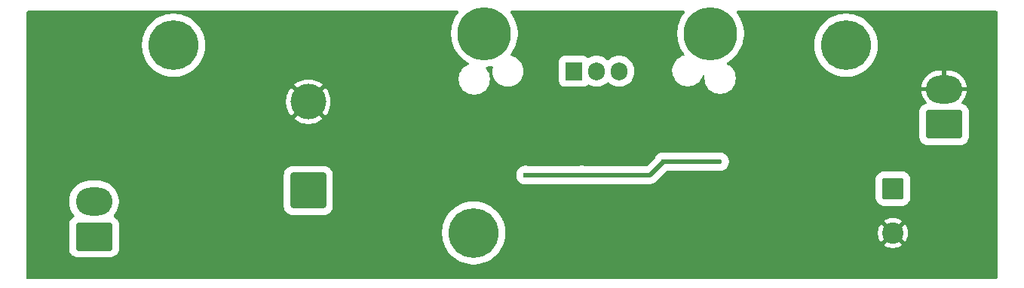
<source format=gbr>
%TF.GenerationSoftware,KiCad,Pcbnew,9.0.5*%
%TF.CreationDate,2025-11-27T11:00:23+01:00*%
%TF.ProjectId,Powersupply,506f7765-7273-4757-9070-6c792e6b6963,rev?*%
%TF.SameCoordinates,Original*%
%TF.FileFunction,Copper,L2,Bot*%
%TF.FilePolarity,Positive*%
%FSLAX46Y46*%
G04 Gerber Fmt 4.6, Leading zero omitted, Abs format (unit mm)*
G04 Created by KiCad (PCBNEW 9.0.5) date 2025-11-27 11:00:23*
%MOMM*%
%LPD*%
G01*
G04 APERTURE LIST*
G04 Aperture macros list*
%AMRoundRect*
0 Rectangle with rounded corners*
0 $1 Rounding radius*
0 $2 $3 $4 $5 $6 $7 $8 $9 X,Y pos of 4 corners*
0 Add a 4 corners polygon primitive as box body*
4,1,4,$2,$3,$4,$5,$6,$7,$8,$9,$2,$3,0*
0 Add four circle primitives for the rounded corners*
1,1,$1+$1,$2,$3*
1,1,$1+$1,$4,$5*
1,1,$1+$1,$6,$7*
1,1,$1+$1,$8,$9*
0 Add four rect primitives between the rounded corners*
20,1,$1+$1,$2,$3,$4,$5,0*
20,1,$1+$1,$4,$5,$6,$7,0*
20,1,$1+$1,$6,$7,$8,$9,0*
20,1,$1+$1,$8,$9,$2,$3,0*%
G04 Aperture macros list end*
%TA.AperFunction,ComponentPad*%
%ADD10C,5.600000*%
%TD*%
%TA.AperFunction,ComponentPad*%
%ADD11RoundRect,0.250000X1.750000X-1.750000X1.750000X1.750000X-1.750000X1.750000X-1.750000X-1.750000X0*%
%TD*%
%TA.AperFunction,ComponentPad*%
%ADD12C,4.000000*%
%TD*%
%TA.AperFunction,ComponentPad*%
%ADD13RoundRect,0.250000X1.800000X-1.330000X1.800000X1.330000X-1.800000X1.330000X-1.800000X-1.330000X0*%
%TD*%
%TA.AperFunction,ComponentPad*%
%ADD14O,4.100000X3.160000*%
%TD*%
%TA.AperFunction,ComponentPad*%
%ADD15R,1.905000X2.000000*%
%TD*%
%TA.AperFunction,ComponentPad*%
%ADD16O,1.905000X2.000000*%
%TD*%
%TA.AperFunction,ComponentPad*%
%ADD17RoundRect,0.250001X-0.949999X0.949999X-0.949999X-0.949999X0.949999X-0.949999X0.949999X0.949999X0*%
%TD*%
%TA.AperFunction,ComponentPad*%
%ADD18C,2.400000*%
%TD*%
%TA.AperFunction,ComponentPad*%
%ADD19C,6.000000*%
%TD*%
%TA.AperFunction,ViaPad*%
%ADD20C,0.600000*%
%TD*%
%TA.AperFunction,Conductor*%
%ADD21C,0.500000*%
%TD*%
G04 APERTURE END LIST*
D10*
%TO.P,H3,1,1*%
%TO.N,unconnected-(H3-Pad1)*%
X174540000Y-85870000D03*
%TD*%
D11*
%TO.P,C2,1*%
%TO.N,Net-(D2-A)*%
X114160000Y-102227935D03*
D12*
%TO.P,C2,2*%
%TO.N,GND*%
X114160000Y-92227935D03*
%TD*%
D13*
%TO.P,J2,1,Pin_1*%
%TO.N,Net-(D4-A)*%
X185535000Y-94770000D03*
D14*
%TO.P,J2,2,Pin_2*%
%TO.N,GND*%
X185535000Y-90810000D03*
%TD*%
D10*
%TO.P,H1,1,1*%
%TO.N,unconnected-(H1-Pad1)*%
X132730000Y-106990000D03*
%TD*%
D15*
%TO.P,U1,1,G*%
%TO.N,Net-(D4-K)*%
X143990000Y-88800000D03*
D16*
%TO.P,U1,2,D*%
%TO.N,Net-(D2-A)*%
X146530000Y-88800000D03*
%TO.P,U1,3,S*%
%TO.N,Net-(U1-S)*%
X149070000Y-88800000D03*
%TD*%
D17*
%TO.P,C1,1*%
%TO.N,Net-(D4-A)*%
X179810000Y-102000000D03*
D18*
%TO.P,C1,2*%
%TO.N,GND*%
X179810000Y-107000000D03*
%TD*%
D19*
%TO.P,HS1,1*%
%TO.N,N/C*%
X133930000Y-84550000D03*
X159330000Y-84550000D03*
%TD*%
D13*
%TO.P,J1,1,Pin_1*%
%TO.N,Net-(J1-Pin_1)*%
X90100000Y-107420000D03*
D14*
%TO.P,J1,2,Pin_2*%
%TO.N,Net-(J1-Pin_2)*%
X90100000Y-103460000D03*
%TD*%
D10*
%TO.P,H2,1,1*%
%TO.N,unconnected-(H2-Pad1)*%
X99020000Y-85870000D03*
%TD*%
D20*
%TO.N,GND*%
X158480000Y-103962500D03*
X157410000Y-110287500D03*
X161100000Y-110307500D03*
X153312500Y-94180000D03*
%TO.N,Net-(D4-K)*%
X138557500Y-100482500D03*
X154040000Y-98977500D03*
X160340000Y-98977500D03*
X144867500Y-100492500D03*
%TD*%
D21*
%TO.N,Net-(D4-K)*%
X144867500Y-100492500D02*
X152525000Y-100492500D01*
X138567500Y-100492500D02*
X144867500Y-100492500D01*
X154040000Y-98977500D02*
X160340000Y-98977500D01*
X138557500Y-100482500D02*
X138567500Y-100492500D01*
X152525000Y-100492500D02*
X154040000Y-98977500D01*
%TD*%
%TA.AperFunction,Conductor*%
%TO.N,GND*%
G36*
X130975373Y-82020185D02*
G01*
X131021128Y-82072989D01*
X131031072Y-82142147D01*
X131004187Y-82203165D01*
X130913941Y-82313129D01*
X130913931Y-82313143D01*
X130709213Y-82619525D01*
X130709202Y-82619543D01*
X130535502Y-82944513D01*
X130535500Y-82944518D01*
X130394480Y-83284969D01*
X130287507Y-83637613D01*
X130287504Y-83637624D01*
X130215618Y-83999024D01*
X130179500Y-84365753D01*
X130179500Y-84734246D01*
X130215618Y-85100975D01*
X130287504Y-85462375D01*
X130287507Y-85462386D01*
X130394480Y-85815030D01*
X130535500Y-86155481D01*
X130535502Y-86155486D01*
X130709202Y-86480456D01*
X130709213Y-86480474D01*
X130913931Y-86786856D01*
X130913941Y-86786870D01*
X131147715Y-87071724D01*
X131408275Y-87332284D01*
X131408280Y-87332288D01*
X131408281Y-87332289D01*
X131693135Y-87566063D01*
X131999532Y-87770791D01*
X131999541Y-87770796D01*
X131999543Y-87770797D01*
X132122521Y-87836530D01*
X132172365Y-87885492D01*
X132187826Y-87953630D01*
X132163994Y-88019309D01*
X132111522Y-88060449D01*
X132024113Y-88096655D01*
X132024109Y-88096657D01*
X131825382Y-88211392D01*
X131643338Y-88351081D01*
X131481081Y-88513338D01*
X131341392Y-88695382D01*
X131226657Y-88894109D01*
X131226650Y-88894123D01*
X131138842Y-89106112D01*
X131138842Y-89106113D01*
X131082000Y-89318255D01*
X131079453Y-89327759D01*
X131079451Y-89327770D01*
X131049500Y-89555258D01*
X131049500Y-89784741D01*
X131074257Y-89972780D01*
X131079452Y-90012238D01*
X131111175Y-90130630D01*
X131138842Y-90233887D01*
X131226650Y-90445876D01*
X131226657Y-90445890D01*
X131341392Y-90644617D01*
X131481081Y-90826661D01*
X131481089Y-90826670D01*
X131643330Y-90988911D01*
X131643338Y-90988918D01*
X131825382Y-91128607D01*
X131825385Y-91128608D01*
X131825388Y-91128611D01*
X132024112Y-91243344D01*
X132024117Y-91243346D01*
X132024123Y-91243349D01*
X132079687Y-91266364D01*
X132236113Y-91331158D01*
X132457762Y-91390548D01*
X132685266Y-91420500D01*
X132685273Y-91420500D01*
X132914727Y-91420500D01*
X132914734Y-91420500D01*
X133142238Y-91390548D01*
X133363887Y-91331158D01*
X133575888Y-91243344D01*
X133774612Y-91128611D01*
X133956661Y-90988919D01*
X133956665Y-90988914D01*
X133956670Y-90988911D01*
X134118911Y-90826670D01*
X134118914Y-90826665D01*
X134118919Y-90826661D01*
X134258611Y-90644612D01*
X134373344Y-90445888D01*
X134461158Y-90233887D01*
X134520548Y-90012238D01*
X134550500Y-89784734D01*
X134550500Y-89555266D01*
X134520548Y-89327762D01*
X134461158Y-89106113D01*
X134392558Y-88940499D01*
X134373349Y-88894123D01*
X134373346Y-88894117D01*
X134373344Y-88894112D01*
X134258611Y-88695388D01*
X134258608Y-88695385D01*
X134258607Y-88695382D01*
X134118918Y-88513338D01*
X134118911Y-88513330D01*
X134110131Y-88504550D01*
X134076646Y-88443227D01*
X134081630Y-88373535D01*
X134123502Y-88317602D01*
X134185655Y-88293467D01*
X134480976Y-88264381D01*
X134544916Y-88251662D01*
X134734256Y-88214001D01*
X134803848Y-88220228D01*
X134859025Y-88263091D01*
X134882269Y-88328981D01*
X134878222Y-88367710D01*
X134859452Y-88437762D01*
X134859451Y-88437770D01*
X134829500Y-88665258D01*
X134829500Y-88894741D01*
X134845480Y-89016112D01*
X134859452Y-89122238D01*
X134891761Y-89242818D01*
X134918842Y-89343887D01*
X135006650Y-89555876D01*
X135006657Y-89555890D01*
X135033473Y-89602337D01*
X135086814Y-89694727D01*
X135121392Y-89754617D01*
X135261081Y-89936661D01*
X135261089Y-89936670D01*
X135423330Y-90098911D01*
X135423338Y-90098918D01*
X135605382Y-90238607D01*
X135605385Y-90238608D01*
X135605388Y-90238611D01*
X135804112Y-90353344D01*
X135804117Y-90353346D01*
X135804123Y-90353349D01*
X135863996Y-90378149D01*
X136016113Y-90441158D01*
X136237762Y-90500548D01*
X136465266Y-90530500D01*
X136465273Y-90530500D01*
X136694727Y-90530500D01*
X136694734Y-90530500D01*
X136922238Y-90500548D01*
X137143887Y-90441158D01*
X137355888Y-90353344D01*
X137554612Y-90238611D01*
X137736661Y-90098919D01*
X137736665Y-90098914D01*
X137736670Y-90098911D01*
X137898911Y-89936670D01*
X137898914Y-89936665D01*
X137898919Y-89936661D01*
X138038611Y-89754612D01*
X138153344Y-89555888D01*
X138241158Y-89343887D01*
X138300548Y-89122238D01*
X138330500Y-88894734D01*
X138330500Y-88665266D01*
X138300548Y-88437762D01*
X138241158Y-88216113D01*
X138159639Y-88019309D01*
X138153349Y-88004123D01*
X138153346Y-88004117D01*
X138153344Y-88004112D01*
X138038611Y-87805388D01*
X138038607Y-87805383D01*
X138038605Y-87805379D01*
X137996098Y-87749983D01*
X142287000Y-87749983D01*
X142287000Y-89850001D01*
X142287001Y-89850018D01*
X142297500Y-89952796D01*
X142297501Y-89952799D01*
X142352685Y-90119331D01*
X142352687Y-90119336D01*
X142365414Y-90139970D01*
X142444788Y-90268656D01*
X142568844Y-90392712D01*
X142718166Y-90484814D01*
X142884703Y-90539999D01*
X142987491Y-90550500D01*
X144992508Y-90550499D01*
X145095297Y-90539999D01*
X145261834Y-90484814D01*
X145411156Y-90392712D01*
X145486344Y-90317524D01*
X145547667Y-90284039D01*
X145617359Y-90289023D01*
X145636023Y-90297817D01*
X145775166Y-90378151D01*
X145981414Y-90463582D01*
X146197048Y-90521361D01*
X146408428Y-90549190D01*
X146418363Y-90550498D01*
X146418379Y-90550500D01*
X146418386Y-90550500D01*
X146641614Y-90550500D01*
X146641621Y-90550500D01*
X146862952Y-90521361D01*
X147078586Y-90463582D01*
X147284834Y-90378151D01*
X147478166Y-90266531D01*
X147655275Y-90130630D01*
X147712320Y-90073584D01*
X147773641Y-90040101D01*
X147843333Y-90045085D01*
X147887679Y-90073584D01*
X147933426Y-90119331D01*
X147944727Y-90130632D01*
X148121834Y-90266531D01*
X148315162Y-90378149D01*
X148315163Y-90378149D01*
X148315166Y-90378151D01*
X148521414Y-90463582D01*
X148737048Y-90521361D01*
X148948428Y-90549190D01*
X148958363Y-90550498D01*
X148958379Y-90550500D01*
X148958386Y-90550500D01*
X149181614Y-90550500D01*
X149181621Y-90550500D01*
X149402952Y-90521361D01*
X149618586Y-90463582D01*
X149824834Y-90378151D01*
X150018166Y-90266531D01*
X150195275Y-90130630D01*
X150353130Y-89972775D01*
X150489031Y-89795666D01*
X150600651Y-89602334D01*
X150686082Y-89396086D01*
X150743861Y-89180452D01*
X150773000Y-88959121D01*
X150773000Y-88640879D01*
X150743861Y-88419548D01*
X150686082Y-88203914D01*
X150600651Y-87997666D01*
X150594831Y-87987586D01*
X150489031Y-87804334D01*
X150353131Y-87627226D01*
X150353125Y-87627219D01*
X150195280Y-87469374D01*
X150195273Y-87469368D01*
X150018165Y-87333468D01*
X149824837Y-87221850D01*
X149824827Y-87221846D01*
X149618584Y-87136417D01*
X149518508Y-87109602D01*
X149402952Y-87078639D01*
X149350390Y-87071719D01*
X149181628Y-87049500D01*
X149181621Y-87049500D01*
X148958379Y-87049500D01*
X148958371Y-87049500D01*
X148761640Y-87075401D01*
X148737048Y-87078639D01*
X148679270Y-87094120D01*
X148521415Y-87136417D01*
X148315172Y-87221846D01*
X148315162Y-87221850D01*
X148121834Y-87333468D01*
X147944726Y-87469368D01*
X147944719Y-87469374D01*
X147887681Y-87526413D01*
X147826358Y-87559898D01*
X147756666Y-87554914D01*
X147712319Y-87526413D01*
X147655280Y-87469374D01*
X147655273Y-87469368D01*
X147478165Y-87333468D01*
X147284837Y-87221850D01*
X147284827Y-87221846D01*
X147078584Y-87136417D01*
X146978508Y-87109602D01*
X146862952Y-87078639D01*
X146810390Y-87071719D01*
X146641628Y-87049500D01*
X146641621Y-87049500D01*
X146418379Y-87049500D01*
X146418371Y-87049500D01*
X146221640Y-87075401D01*
X146197048Y-87078639D01*
X146139270Y-87094120D01*
X145981415Y-87136417D01*
X145775172Y-87221846D01*
X145775155Y-87221854D01*
X145636024Y-87302181D01*
X145568124Y-87318654D01*
X145502097Y-87295801D01*
X145486344Y-87282476D01*
X145485257Y-87281389D01*
X145411156Y-87207288D01*
X145296255Y-87136417D01*
X145261836Y-87115187D01*
X145261831Y-87115185D01*
X145260362Y-87114698D01*
X145095297Y-87060001D01*
X145095295Y-87060000D01*
X144992510Y-87049500D01*
X142987498Y-87049500D01*
X142987481Y-87049501D01*
X142884703Y-87060000D01*
X142884700Y-87060001D01*
X142718168Y-87115185D01*
X142718163Y-87115187D01*
X142568842Y-87207289D01*
X142444789Y-87331342D01*
X142352687Y-87480663D01*
X142352686Y-87480666D01*
X142297501Y-87647203D01*
X142297501Y-87647204D01*
X142297500Y-87647204D01*
X142287000Y-87749983D01*
X137996098Y-87749983D01*
X137917231Y-87647203D01*
X137898919Y-87623339D01*
X137898918Y-87623338D01*
X137898911Y-87623330D01*
X137736670Y-87461089D01*
X137736661Y-87461081D01*
X137554617Y-87321392D01*
X137355890Y-87206657D01*
X137355876Y-87206650D01*
X137143887Y-87118842D01*
X137130239Y-87115185D01*
X136944151Y-87065323D01*
X136884491Y-87028959D01*
X136853962Y-86966112D01*
X136862257Y-86896737D01*
X136880390Y-86866886D01*
X136946063Y-86786865D01*
X137150791Y-86480468D01*
X137324501Y-86155479D01*
X137465520Y-85815029D01*
X137572490Y-85462396D01*
X137572492Y-85462386D01*
X137572495Y-85462375D01*
X137644381Y-85100975D01*
X137680500Y-84734246D01*
X137680500Y-84365753D01*
X137678961Y-84350132D01*
X137644381Y-83999024D01*
X137595332Y-83752436D01*
X137572495Y-83637624D01*
X137572492Y-83637613D01*
X137572491Y-83637610D01*
X137572490Y-83637604D01*
X137465520Y-83284971D01*
X137324501Y-82944521D01*
X137258457Y-82820962D01*
X137150797Y-82619543D01*
X137150796Y-82619541D01*
X137150791Y-82619532D01*
X136946063Y-82313135D01*
X136855813Y-82203165D01*
X136828500Y-82138855D01*
X136840291Y-82069987D01*
X136887443Y-82018427D01*
X136951666Y-82000500D01*
X156308334Y-82000500D01*
X156375373Y-82020185D01*
X156421128Y-82072989D01*
X156431072Y-82142147D01*
X156404187Y-82203165D01*
X156313941Y-82313129D01*
X156313931Y-82313143D01*
X156109213Y-82619525D01*
X156109202Y-82619543D01*
X155935502Y-82944513D01*
X155935500Y-82944518D01*
X155794480Y-83284969D01*
X155687507Y-83637613D01*
X155687504Y-83637624D01*
X155615618Y-83999024D01*
X155579500Y-84365753D01*
X155579500Y-84734246D01*
X155615618Y-85100975D01*
X155687504Y-85462375D01*
X155687507Y-85462386D01*
X155794480Y-85815030D01*
X155935500Y-86155481D01*
X155935502Y-86155486D01*
X156109202Y-86480456D01*
X156109213Y-86480474D01*
X156313931Y-86786856D01*
X156313941Y-86786870D01*
X156368920Y-86853862D01*
X156396233Y-86918172D01*
X156384442Y-86987040D01*
X156337290Y-87038600D01*
X156305161Y-87052302D01*
X156256563Y-87065324D01*
X156206113Y-87078842D01*
X156206111Y-87078842D01*
X156206110Y-87078843D01*
X155994123Y-87166650D01*
X155994109Y-87166657D01*
X155795382Y-87281392D01*
X155613338Y-87421081D01*
X155451081Y-87583338D01*
X155311392Y-87765382D01*
X155196657Y-87964109D01*
X155196650Y-87964123D01*
X155108842Y-88176112D01*
X155049453Y-88397759D01*
X155049451Y-88397770D01*
X155019500Y-88625258D01*
X155019500Y-88854741D01*
X155033242Y-88959114D01*
X155049452Y-89082238D01*
X155100229Y-89271742D01*
X155108842Y-89303887D01*
X155196650Y-89515876D01*
X155196656Y-89515888D01*
X155299912Y-89694734D01*
X155311392Y-89714617D01*
X155451081Y-89896661D01*
X155451089Y-89896670D01*
X155613330Y-90058911D01*
X155613338Y-90058918D01*
X155795382Y-90198607D01*
X155795385Y-90198608D01*
X155795388Y-90198611D01*
X155994112Y-90313344D01*
X155994117Y-90313346D01*
X155994123Y-90313349D01*
X156085480Y-90351190D01*
X156206113Y-90401158D01*
X156427762Y-90460548D01*
X156655266Y-90490500D01*
X156655273Y-90490500D01*
X156884727Y-90490500D01*
X156884734Y-90490500D01*
X157112238Y-90460548D01*
X157333887Y-90401158D01*
X157545888Y-90313344D01*
X157744612Y-90198611D01*
X157926661Y-90058919D01*
X157926665Y-90058914D01*
X157926670Y-90058911D01*
X158088911Y-89896670D01*
X158088914Y-89896665D01*
X158088919Y-89896661D01*
X158228611Y-89714612D01*
X158343344Y-89515888D01*
X158421939Y-89326143D01*
X158465777Y-89271742D01*
X158532071Y-89249677D01*
X158599771Y-89266956D01*
X158647382Y-89318093D01*
X158659788Y-89386852D01*
X158659437Y-89389783D01*
X158649501Y-89465255D01*
X158649500Y-89465272D01*
X158649500Y-89694741D01*
X158669944Y-89850018D01*
X158679452Y-89922238D01*
X158735290Y-90130630D01*
X158738842Y-90143887D01*
X158826650Y-90355876D01*
X158826657Y-90355890D01*
X158941392Y-90554617D01*
X159081081Y-90736661D01*
X159081089Y-90736670D01*
X159243330Y-90898911D01*
X159243338Y-90898918D01*
X159425382Y-91038607D01*
X159425385Y-91038608D01*
X159425388Y-91038611D01*
X159624112Y-91153344D01*
X159624117Y-91153346D01*
X159624123Y-91153349D01*
X159715480Y-91191190D01*
X159836113Y-91241158D01*
X160057762Y-91300548D01*
X160285266Y-91330500D01*
X160285273Y-91330500D01*
X160514727Y-91330500D01*
X160514734Y-91330500D01*
X160742238Y-91300548D01*
X160963887Y-91241158D01*
X161175888Y-91153344D01*
X161374612Y-91038611D01*
X161556661Y-90898919D01*
X161556665Y-90898914D01*
X161556670Y-90898911D01*
X161718911Y-90736670D01*
X161718914Y-90736665D01*
X161718919Y-90736661D01*
X161858611Y-90554612D01*
X161973344Y-90355888D01*
X162061158Y-90143887D01*
X162120548Y-89922238D01*
X162150500Y-89694734D01*
X162150500Y-89465266D01*
X162120548Y-89237762D01*
X162061158Y-89016113D01*
X161994315Y-88854741D01*
X161973349Y-88804123D01*
X161973346Y-88804117D01*
X161973344Y-88804112D01*
X161858611Y-88605388D01*
X161858608Y-88605385D01*
X161858607Y-88605382D01*
X161718918Y-88423338D01*
X161718911Y-88423330D01*
X161556670Y-88261089D01*
X161556661Y-88261081D01*
X161374617Y-88121392D01*
X161197646Y-88019218D01*
X161149430Y-87968651D01*
X161136207Y-87900044D01*
X161162175Y-87835179D01*
X161201192Y-87802474D01*
X161260468Y-87770791D01*
X161566865Y-87566063D01*
X161851719Y-87332289D01*
X162112289Y-87071719D01*
X162346063Y-86786865D01*
X162550791Y-86480468D01*
X162724501Y-86155479D01*
X162865520Y-85815029D01*
X162901755Y-85695578D01*
X170989500Y-85695578D01*
X170989500Y-86044421D01*
X171023692Y-86391594D01*
X171091744Y-86733721D01*
X171091747Y-86733732D01*
X171193016Y-87067571D01*
X171326516Y-87389867D01*
X171326518Y-87389872D01*
X171490955Y-87697511D01*
X171490972Y-87697539D01*
X171684759Y-87987563D01*
X171684776Y-87987586D01*
X171906084Y-88257251D01*
X172152748Y-88503915D01*
X172152753Y-88503919D01*
X172152754Y-88503920D01*
X172422419Y-88725228D01*
X172422426Y-88725233D01*
X172422436Y-88725240D01*
X172712460Y-88919027D01*
X172712465Y-88919030D01*
X172712477Y-88919038D01*
X172712486Y-88919042D01*
X172712488Y-88919044D01*
X173020127Y-89083481D01*
X173020129Y-89083481D01*
X173020135Y-89083485D01*
X173342430Y-89216984D01*
X173676258Y-89318250D01*
X173676264Y-89318251D01*
X173676267Y-89318252D01*
X173676278Y-89318255D01*
X174018405Y-89386307D01*
X174365575Y-89420500D01*
X174365578Y-89420500D01*
X174714422Y-89420500D01*
X174714425Y-89420500D01*
X175061595Y-89386307D01*
X175128197Y-89373059D01*
X175403721Y-89318255D01*
X175403732Y-89318252D01*
X175403732Y-89318251D01*
X175403742Y-89318250D01*
X175737570Y-89216984D01*
X176059865Y-89083485D01*
X176367523Y-88919038D01*
X176657581Y-88725228D01*
X176927246Y-88503920D01*
X177173920Y-88257246D01*
X177395228Y-87987581D01*
X177589038Y-87697523D01*
X177753485Y-87389865D01*
X177886984Y-87067570D01*
X177988250Y-86733742D01*
X177988252Y-86733732D01*
X177988255Y-86733721D01*
X178056307Y-86391594D01*
X178090500Y-86044425D01*
X178090500Y-85695575D01*
X178056307Y-85348405D01*
X178007091Y-85100976D01*
X177988255Y-85006278D01*
X177988252Y-85006267D01*
X177988251Y-85006264D01*
X177988250Y-85006258D01*
X177886984Y-84672430D01*
X177753485Y-84350135D01*
X177589038Y-84042477D01*
X177560004Y-83999024D01*
X177395240Y-83752436D01*
X177395233Y-83752426D01*
X177395228Y-83752419D01*
X177173920Y-83482754D01*
X177173919Y-83482753D01*
X177173915Y-83482748D01*
X176927251Y-83236084D01*
X176657586Y-83014776D01*
X176657563Y-83014759D01*
X176367539Y-82820972D01*
X176367511Y-82820955D01*
X176059872Y-82656518D01*
X176059867Y-82656516D01*
X175737571Y-82523016D01*
X175403732Y-82421747D01*
X175403721Y-82421744D01*
X175061594Y-82353692D01*
X174800120Y-82327940D01*
X174714425Y-82319500D01*
X174365575Y-82319500D01*
X174286394Y-82327298D01*
X174018405Y-82353692D01*
X173676278Y-82421744D01*
X173676267Y-82421747D01*
X173342428Y-82523016D01*
X173020132Y-82656516D01*
X173020127Y-82656518D01*
X172712488Y-82820955D01*
X172712460Y-82820972D01*
X172422436Y-83014759D01*
X172422413Y-83014776D01*
X172152748Y-83236084D01*
X171906084Y-83482748D01*
X171684776Y-83752413D01*
X171684759Y-83752436D01*
X171490972Y-84042460D01*
X171490955Y-84042488D01*
X171326518Y-84350127D01*
X171326516Y-84350132D01*
X171193016Y-84672428D01*
X171091747Y-85006267D01*
X171091744Y-85006278D01*
X171023692Y-85348405D01*
X170989500Y-85695578D01*
X162901755Y-85695578D01*
X162972490Y-85462396D01*
X162972492Y-85462386D01*
X162972495Y-85462375D01*
X163044381Y-85100975D01*
X163080500Y-84734246D01*
X163080500Y-84365753D01*
X163078961Y-84350132D01*
X163044381Y-83999024D01*
X162995332Y-83752436D01*
X162972495Y-83637624D01*
X162972492Y-83637613D01*
X162972491Y-83637610D01*
X162972490Y-83637604D01*
X162865520Y-83284971D01*
X162724501Y-82944521D01*
X162658457Y-82820962D01*
X162550797Y-82619543D01*
X162550796Y-82619541D01*
X162550791Y-82619532D01*
X162346063Y-82313135D01*
X162255813Y-82203165D01*
X162228500Y-82138855D01*
X162240291Y-82069987D01*
X162287443Y-82018427D01*
X162351666Y-82000500D01*
X191405500Y-82000500D01*
X191472539Y-82020185D01*
X191518294Y-82072989D01*
X191529500Y-82124500D01*
X191529500Y-112055500D01*
X191509815Y-112122539D01*
X191457011Y-112168294D01*
X191405500Y-112179500D01*
X82654500Y-112179500D01*
X82587461Y-112159815D01*
X82541706Y-112107011D01*
X82530500Y-112055500D01*
X82530500Y-103307243D01*
X87299500Y-103307243D01*
X87299500Y-103612756D01*
X87339375Y-103915630D01*
X87418445Y-104210722D01*
X87535349Y-104492955D01*
X87535357Y-104492972D01*
X87627202Y-104652050D01*
X87688103Y-104757534D01*
X87688105Y-104757537D01*
X87688106Y-104757538D01*
X87874076Y-104999900D01*
X87874082Y-104999907D01*
X87875410Y-105001235D01*
X87875679Y-105001728D01*
X87876755Y-105002955D01*
X87876480Y-105003195D01*
X87908895Y-105062558D01*
X87903911Y-105132250D01*
X87862039Y-105188183D01*
X87845141Y-105198824D01*
X87746595Y-105250300D01*
X87746593Y-105250302D01*
X87588890Y-105378890D01*
X87460304Y-105536590D01*
X87366089Y-105716954D01*
X87310114Y-105912583D01*
X87310113Y-105912586D01*
X87299500Y-106031966D01*
X87299500Y-108808028D01*
X87299501Y-108808034D01*
X87310113Y-108927415D01*
X87366089Y-109123045D01*
X87366090Y-109123048D01*
X87366091Y-109123049D01*
X87460302Y-109303407D01*
X87460304Y-109303409D01*
X87588890Y-109461109D01*
X87682803Y-109537684D01*
X87746593Y-109589698D01*
X87926951Y-109683909D01*
X88122582Y-109739886D01*
X88241963Y-109750500D01*
X91958036Y-109750499D01*
X92077418Y-109739886D01*
X92273049Y-109683909D01*
X92453407Y-109589698D01*
X92611109Y-109461109D01*
X92739698Y-109303407D01*
X92833909Y-109123049D01*
X92889886Y-108927418D01*
X92900500Y-108808037D01*
X92900499Y-106815578D01*
X129179500Y-106815578D01*
X129179500Y-107164421D01*
X129213692Y-107511594D01*
X129281744Y-107853721D01*
X129281747Y-107853732D01*
X129383016Y-108187571D01*
X129516516Y-108509867D01*
X129516518Y-108509872D01*
X129680955Y-108817511D01*
X129680972Y-108817539D01*
X129874759Y-109107563D01*
X129874776Y-109107586D01*
X130096084Y-109377251D01*
X130342748Y-109623915D01*
X130342753Y-109623919D01*
X130342754Y-109623920D01*
X130612419Y-109845228D01*
X130612426Y-109845233D01*
X130612436Y-109845240D01*
X130902460Y-110039027D01*
X130902465Y-110039030D01*
X130902477Y-110039038D01*
X130902486Y-110039042D01*
X130902488Y-110039044D01*
X131210127Y-110203481D01*
X131210129Y-110203481D01*
X131210135Y-110203485D01*
X131532430Y-110336984D01*
X131866258Y-110438250D01*
X131866264Y-110438251D01*
X131866267Y-110438252D01*
X131866278Y-110438255D01*
X132208405Y-110506307D01*
X132555575Y-110540500D01*
X132555578Y-110540500D01*
X132904422Y-110540500D01*
X132904425Y-110540500D01*
X133251595Y-110506307D01*
X133318197Y-110493059D01*
X133593721Y-110438255D01*
X133593732Y-110438252D01*
X133593732Y-110438251D01*
X133593742Y-110438250D01*
X133927570Y-110336984D01*
X134249865Y-110203485D01*
X134557523Y-110039038D01*
X134847581Y-109845228D01*
X135117246Y-109623920D01*
X135363920Y-109377246D01*
X135585228Y-109107581D01*
X135779038Y-108817523D01*
X135943485Y-108509865D01*
X136076984Y-108187570D01*
X136178250Y-107853742D01*
X136178252Y-107853732D01*
X136178255Y-107853721D01*
X136233059Y-107578197D01*
X136246307Y-107511595D01*
X136280500Y-107164425D01*
X136280500Y-106888575D01*
X178110000Y-106888575D01*
X178110000Y-107111424D01*
X178139085Y-107332354D01*
X178139088Y-107332367D01*
X178196763Y-107547618D01*
X178282045Y-107753502D01*
X178282054Y-107753520D01*
X178393464Y-107946491D01*
X178393473Y-107946504D01*
X178444040Y-108012403D01*
X178444043Y-108012403D01*
X179245387Y-107211058D01*
X179250889Y-107231591D01*
X179329881Y-107368408D01*
X179441592Y-107480119D01*
X179578409Y-107559111D01*
X179598940Y-107564612D01*
X178797595Y-108365955D01*
X178797595Y-108365956D01*
X178863507Y-108416533D01*
X179056485Y-108527949D01*
X179056497Y-108527954D01*
X179262381Y-108613236D01*
X179477632Y-108670911D01*
X179477645Y-108670914D01*
X179698575Y-108700000D01*
X179921425Y-108700000D01*
X180142354Y-108670914D01*
X180142367Y-108670911D01*
X180357618Y-108613236D01*
X180563502Y-108527954D01*
X180563514Y-108527949D01*
X180756498Y-108416530D01*
X180822403Y-108365957D01*
X180822404Y-108365956D01*
X180021059Y-107564612D01*
X180041591Y-107559111D01*
X180178408Y-107480119D01*
X180290119Y-107368408D01*
X180369111Y-107231591D01*
X180374612Y-107211059D01*
X181175956Y-108012404D01*
X181175957Y-108012403D01*
X181226530Y-107946498D01*
X181337949Y-107753514D01*
X181337954Y-107753502D01*
X181423236Y-107547618D01*
X181480911Y-107332367D01*
X181480914Y-107332354D01*
X181510000Y-107111424D01*
X181510000Y-106888575D01*
X181480914Y-106667645D01*
X181480911Y-106667632D01*
X181423236Y-106452381D01*
X181337954Y-106246497D01*
X181337949Y-106246485D01*
X181226533Y-106053507D01*
X181175956Y-105987595D01*
X181175955Y-105987595D01*
X180374612Y-106788939D01*
X180369111Y-106768409D01*
X180290119Y-106631592D01*
X180178408Y-106519881D01*
X180041591Y-106440889D01*
X180021058Y-106435387D01*
X180822403Y-105634043D01*
X180822403Y-105634040D01*
X180756504Y-105583473D01*
X180756491Y-105583464D01*
X180563520Y-105472054D01*
X180563502Y-105472045D01*
X180357618Y-105386763D01*
X180142367Y-105329088D01*
X180142354Y-105329085D01*
X179921425Y-105300000D01*
X179698575Y-105300000D01*
X179477645Y-105329085D01*
X179477632Y-105329088D01*
X179262381Y-105386763D01*
X179056497Y-105472045D01*
X179056479Y-105472054D01*
X178863511Y-105583462D01*
X178797595Y-105634042D01*
X179598941Y-106435387D01*
X179578409Y-106440889D01*
X179441592Y-106519881D01*
X179329881Y-106631592D01*
X179250889Y-106768409D01*
X179245387Y-106788940D01*
X178444042Y-105987595D01*
X178393462Y-106053511D01*
X178282054Y-106246479D01*
X178282045Y-106246497D01*
X178196763Y-106452381D01*
X178139088Y-106667632D01*
X178139085Y-106667645D01*
X178110000Y-106888575D01*
X136280500Y-106888575D01*
X136280500Y-106815575D01*
X136246307Y-106468405D01*
X136240834Y-106440889D01*
X136178255Y-106126278D01*
X136178252Y-106126267D01*
X136178251Y-106126264D01*
X136178250Y-106126258D01*
X136076984Y-105792430D01*
X135943485Y-105470135D01*
X135894713Y-105378890D01*
X135779044Y-105162488D01*
X135779042Y-105162486D01*
X135779038Y-105162477D01*
X135770927Y-105150338D01*
X135585240Y-104872436D01*
X135585233Y-104872426D01*
X135585228Y-104872419D01*
X135363920Y-104602754D01*
X135363919Y-104602753D01*
X135363915Y-104602748D01*
X135117251Y-104356084D01*
X134847586Y-104134776D01*
X134847563Y-104134759D01*
X134557539Y-103940972D01*
X134557511Y-103940955D01*
X134249872Y-103776518D01*
X134249867Y-103776516D01*
X133927571Y-103643016D01*
X133593732Y-103541747D01*
X133593721Y-103541744D01*
X133251594Y-103473692D01*
X132990120Y-103447940D01*
X132904425Y-103439500D01*
X132555575Y-103439500D01*
X132476394Y-103447298D01*
X132208405Y-103473692D01*
X131866278Y-103541744D01*
X131866267Y-103541747D01*
X131532428Y-103643016D01*
X131210132Y-103776516D01*
X131210127Y-103776518D01*
X130902488Y-103940955D01*
X130902460Y-103940972D01*
X130612436Y-104134759D01*
X130612413Y-104134776D01*
X130342748Y-104356084D01*
X130096084Y-104602748D01*
X129874776Y-104872413D01*
X129874759Y-104872436D01*
X129680972Y-105162460D01*
X129680955Y-105162488D01*
X129516518Y-105470127D01*
X129516516Y-105470132D01*
X129383016Y-105792428D01*
X129281747Y-106126267D01*
X129281744Y-106126278D01*
X129213692Y-106468405D01*
X129187298Y-106736394D01*
X129184146Y-106768409D01*
X129179500Y-106815578D01*
X92900499Y-106815578D01*
X92900499Y-106031964D01*
X92889886Y-105912582D01*
X92833909Y-105716951D01*
X92739698Y-105536593D01*
X92685502Y-105470127D01*
X92611109Y-105378890D01*
X92453407Y-105250302D01*
X92453403Y-105250300D01*
X92354856Y-105198823D01*
X92304550Y-105150338D01*
X92288443Y-105082351D01*
X92311649Y-105016447D01*
X92324589Y-105001235D01*
X92325922Y-104999902D01*
X92511897Y-104757534D01*
X92664646Y-104492965D01*
X92781555Y-104210722D01*
X92860624Y-103915633D01*
X92900500Y-103612749D01*
X92900500Y-103307251D01*
X92860624Y-103004367D01*
X92781555Y-102709278D01*
X92664646Y-102427035D01*
X92664644Y-102427032D01*
X92664642Y-102427027D01*
X92610070Y-102332506D01*
X92511897Y-102162466D01*
X92325922Y-101920098D01*
X92325917Y-101920092D01*
X92109907Y-101704082D01*
X92109900Y-101704076D01*
X91867538Y-101518106D01*
X91867537Y-101518105D01*
X91867534Y-101518103D01*
X91714241Y-101429599D01*
X91602972Y-101365357D01*
X91602955Y-101365349D01*
X91320722Y-101248445D01*
X91025630Y-101169375D01*
X90722756Y-101129500D01*
X90722749Y-101129500D01*
X89477251Y-101129500D01*
X89477243Y-101129500D01*
X89174369Y-101169375D01*
X88879277Y-101248445D01*
X88597044Y-101365349D01*
X88597027Y-101365357D01*
X88332461Y-101518106D01*
X88090099Y-101704076D01*
X88090092Y-101704082D01*
X87874082Y-101920092D01*
X87874076Y-101920099D01*
X87688106Y-102162461D01*
X87535357Y-102427027D01*
X87535349Y-102427044D01*
X87418445Y-102709277D01*
X87339375Y-103004369D01*
X87299500Y-103307243D01*
X82530500Y-103307243D01*
X82530500Y-100419901D01*
X111409500Y-100419901D01*
X111409500Y-104035963D01*
X111409501Y-104035969D01*
X111420113Y-104155350D01*
X111476089Y-104350980D01*
X111476090Y-104350983D01*
X111476091Y-104350984D01*
X111570302Y-104531342D01*
X111570304Y-104531344D01*
X111698890Y-104689044D01*
X111782887Y-104757534D01*
X111856593Y-104817633D01*
X112036951Y-104911844D01*
X112232582Y-104967821D01*
X112351963Y-104978435D01*
X115968036Y-104978434D01*
X116087418Y-104967821D01*
X116283049Y-104911844D01*
X116463407Y-104817633D01*
X116621109Y-104689044D01*
X116749698Y-104531342D01*
X116843909Y-104350984D01*
X116899886Y-104155353D01*
X116910500Y-104035972D01*
X116910499Y-100419899D01*
X116906866Y-100379030D01*
X137507000Y-100379030D01*
X137507000Y-100585969D01*
X137547368Y-100788912D01*
X137547370Y-100788920D01*
X137626558Y-100980096D01*
X137741524Y-101152157D01*
X137887842Y-101298475D01*
X137887845Y-101298477D01*
X138059902Y-101413441D01*
X138251080Y-101492630D01*
X138454030Y-101532999D01*
X138454034Y-101533000D01*
X138454035Y-101533000D01*
X138660966Y-101533000D01*
X138660966Y-101532999D01*
X138850080Y-101495383D01*
X138874271Y-101493000D01*
X144513166Y-101493000D01*
X144555107Y-101501342D01*
X144555253Y-101500862D01*
X144560128Y-101502340D01*
X144560616Y-101502438D01*
X144561080Y-101502630D01*
X144764030Y-101542999D01*
X144764034Y-101543000D01*
X144764035Y-101543000D01*
X144970966Y-101543000D01*
X144970967Y-101542999D01*
X145173920Y-101502630D01*
X145174384Y-101502438D01*
X145174871Y-101502340D01*
X145179747Y-101500862D01*
X145179892Y-101501342D01*
X145221834Y-101493000D01*
X152623542Y-101493000D01*
X152654566Y-101486828D01*
X152720188Y-101473775D01*
X152816836Y-101454551D01*
X152870165Y-101432461D01*
X152998914Y-101379132D01*
X153162782Y-101269639D01*
X153302139Y-101130282D01*
X153302139Y-101130280D01*
X153312347Y-101120073D01*
X153312348Y-101120070D01*
X153440451Y-100991967D01*
X177859500Y-100991967D01*
X177859500Y-103008032D01*
X177870113Y-103127412D01*
X177870113Y-103127414D01*
X177870114Y-103127417D01*
X177892550Y-103205828D01*
X177926089Y-103323045D01*
X178020302Y-103503407D01*
X178148890Y-103661109D01*
X178277479Y-103765958D01*
X178306593Y-103789698D01*
X178486951Y-103883909D01*
X178682583Y-103939886D01*
X178801964Y-103950500D01*
X178801970Y-103950500D01*
X180818030Y-103950500D01*
X180818036Y-103950500D01*
X180937417Y-103939886D01*
X181133049Y-103883909D01*
X181313407Y-103789698D01*
X181471109Y-103661109D01*
X181599698Y-103503407D01*
X181693909Y-103323049D01*
X181749886Y-103127417D01*
X181760500Y-103008036D01*
X181760500Y-100991964D01*
X181749886Y-100872583D01*
X181693909Y-100676951D01*
X181599698Y-100496593D01*
X181537164Y-100419901D01*
X181471109Y-100338890D01*
X181313407Y-100210302D01*
X181133045Y-100116089D01*
X181015828Y-100082550D01*
X180937417Y-100060114D01*
X180937414Y-100060113D01*
X180937412Y-100060113D01*
X180864630Y-100053642D01*
X180818036Y-100049500D01*
X178801964Y-100049500D01*
X178767017Y-100052607D01*
X178682587Y-100060113D01*
X178682584Y-100060113D01*
X178682583Y-100060114D01*
X178643377Y-100071332D01*
X178486954Y-100116089D01*
X178306592Y-100210302D01*
X178148890Y-100338890D01*
X178020302Y-100496592D01*
X177926089Y-100676954D01*
X177870114Y-100872584D01*
X177870113Y-100872587D01*
X177859500Y-100991967D01*
X153440451Y-100991967D01*
X154418102Y-100014319D01*
X154479425Y-99980834D01*
X154505783Y-99978000D01*
X159985666Y-99978000D01*
X160027607Y-99986342D01*
X160027753Y-99985862D01*
X160032628Y-99987340D01*
X160033116Y-99987438D01*
X160033580Y-99987630D01*
X160167756Y-100014319D01*
X160236530Y-100027999D01*
X160236534Y-100028000D01*
X160236535Y-100028000D01*
X160443466Y-100028000D01*
X160443467Y-100027999D01*
X160646420Y-99987630D01*
X160837598Y-99908441D01*
X161009655Y-99793477D01*
X161155977Y-99647155D01*
X161270941Y-99475098D01*
X161350130Y-99283920D01*
X161390500Y-99080965D01*
X161390500Y-98874035D01*
X161350130Y-98671080D01*
X161270941Y-98479902D01*
X161155977Y-98307845D01*
X161155975Y-98307842D01*
X161009657Y-98161524D01*
X160923626Y-98104041D01*
X160837598Y-98046559D01*
X160646420Y-97967370D01*
X160646412Y-97967368D01*
X160443469Y-97927000D01*
X160443465Y-97927000D01*
X160236535Y-97927000D01*
X160236530Y-97927000D01*
X160033587Y-97967368D01*
X160033576Y-97967371D01*
X160033116Y-97967562D01*
X160032628Y-97967659D01*
X160027753Y-97969138D01*
X160027607Y-97968657D01*
X159985666Y-97977000D01*
X154394334Y-97977000D01*
X154352392Y-97968657D01*
X154352247Y-97969138D01*
X154347371Y-97967659D01*
X154346884Y-97967562D01*
X154346423Y-97967371D01*
X154346421Y-97967370D01*
X154346420Y-97967370D01*
X154346417Y-97967369D01*
X154346412Y-97967368D01*
X154143469Y-97927000D01*
X154143465Y-97927000D01*
X153936535Y-97927000D01*
X153936530Y-97927000D01*
X153733587Y-97967368D01*
X153733579Y-97967370D01*
X153542403Y-98046558D01*
X153370342Y-98161524D01*
X153224024Y-98307842D01*
X153109056Y-98479907D01*
X153109052Y-98479913D01*
X153108862Y-98480374D01*
X153108584Y-98480788D01*
X153106185Y-98485278D01*
X153105742Y-98485041D01*
X153081988Y-98520589D01*
X152146899Y-99455681D01*
X152085576Y-99489166D01*
X152059218Y-99492000D01*
X145221834Y-99492000D01*
X145179892Y-99483657D01*
X145179747Y-99484138D01*
X145174871Y-99482659D01*
X145174384Y-99482562D01*
X145173923Y-99482371D01*
X145173921Y-99482370D01*
X145173920Y-99482370D01*
X145173917Y-99482369D01*
X145173912Y-99482368D01*
X144970969Y-99442000D01*
X144970965Y-99442000D01*
X144764035Y-99442000D01*
X144764030Y-99442000D01*
X144561087Y-99482368D01*
X144561076Y-99482371D01*
X144560616Y-99482562D01*
X144560128Y-99482659D01*
X144555253Y-99484138D01*
X144555107Y-99483657D01*
X144513166Y-99492000D01*
X138935976Y-99492000D01*
X138888524Y-99482561D01*
X138863924Y-99472371D01*
X138863912Y-99472368D01*
X138660969Y-99432000D01*
X138660965Y-99432000D01*
X138454035Y-99432000D01*
X138454030Y-99432000D01*
X138251087Y-99472368D01*
X138251079Y-99472370D01*
X138059903Y-99551558D01*
X137887842Y-99666524D01*
X137741524Y-99812842D01*
X137626558Y-99984903D01*
X137547370Y-100176079D01*
X137547368Y-100176087D01*
X137507000Y-100379030D01*
X116906866Y-100379030D01*
X116899886Y-100300517D01*
X116843909Y-100104886D01*
X116749698Y-99924528D01*
X116658633Y-99812845D01*
X116621109Y-99766825D01*
X116498097Y-99666523D01*
X116463407Y-99638237D01*
X116283049Y-99544026D01*
X116283048Y-99544025D01*
X116283045Y-99544024D01*
X116165829Y-99510485D01*
X116087418Y-99488049D01*
X116087415Y-99488048D01*
X116087413Y-99488048D01*
X116021102Y-99482152D01*
X115968037Y-99477435D01*
X115968032Y-99477435D01*
X112351971Y-99477435D01*
X112351965Y-99477435D01*
X112351964Y-99477436D01*
X112340316Y-99478471D01*
X112232584Y-99488048D01*
X112036954Y-99544024D01*
X111946772Y-99591131D01*
X111856593Y-99638237D01*
X111856591Y-99638238D01*
X111856590Y-99638239D01*
X111698890Y-99766825D01*
X111570304Y-99924525D01*
X111476089Y-100104889D01*
X111420114Y-100300518D01*
X111420113Y-100300521D01*
X111409500Y-100419901D01*
X82530500Y-100419901D01*
X82530500Y-92087533D01*
X111660000Y-92087533D01*
X111660000Y-92368336D01*
X111691437Y-92647347D01*
X111691439Y-92647359D01*
X111753921Y-92921113D01*
X111753922Y-92921115D01*
X111846662Y-93186152D01*
X111968492Y-93439135D01*
X112117884Y-93676891D01*
X112224187Y-93810192D01*
X113297425Y-92736954D01*
X113383249Y-92865398D01*
X113522537Y-93004686D01*
X113650979Y-93090508D01*
X112577741Y-94163745D01*
X112577741Y-94163746D01*
X112711043Y-94270050D01*
X112948799Y-94419442D01*
X113201782Y-94541272D01*
X113466819Y-94634012D01*
X113466821Y-94634013D01*
X113740575Y-94696495D01*
X113740587Y-94696497D01*
X114019598Y-94727934D01*
X114019600Y-94727935D01*
X114300400Y-94727935D01*
X114300401Y-94727934D01*
X114579412Y-94696497D01*
X114579424Y-94696495D01*
X114853178Y-94634013D01*
X114853180Y-94634012D01*
X115118217Y-94541272D01*
X115371200Y-94419442D01*
X115608956Y-94270051D01*
X115742257Y-94163745D01*
X114669020Y-93090508D01*
X114797463Y-93004686D01*
X114936751Y-92865398D01*
X115022573Y-92736955D01*
X116095810Y-93810192D01*
X116202116Y-93676891D01*
X116351507Y-93439135D01*
X116379039Y-93381966D01*
X182734500Y-93381966D01*
X182734500Y-96158028D01*
X182734501Y-96158034D01*
X182745113Y-96277415D01*
X182801089Y-96473045D01*
X182801090Y-96473048D01*
X182801091Y-96473049D01*
X182895302Y-96653407D01*
X182895304Y-96653409D01*
X183023890Y-96811109D01*
X183117803Y-96887684D01*
X183181593Y-96939698D01*
X183361951Y-97033909D01*
X183557582Y-97089886D01*
X183676963Y-97100500D01*
X187393036Y-97100499D01*
X187512418Y-97089886D01*
X187708049Y-97033909D01*
X187888407Y-96939698D01*
X188046109Y-96811109D01*
X188174698Y-96653407D01*
X188268909Y-96473049D01*
X188324886Y-96277418D01*
X188335500Y-96158037D01*
X188335499Y-93381964D01*
X188324886Y-93262582D01*
X188268909Y-93066951D01*
X188174698Y-92886593D01*
X188122684Y-92822803D01*
X188046109Y-92728890D01*
X187888409Y-92600304D01*
X187888410Y-92600304D01*
X187888407Y-92600302D01*
X187708049Y-92506091D01*
X187708048Y-92506090D01*
X187708045Y-92506089D01*
X187593460Y-92473303D01*
X187554791Y-92462238D01*
X187495754Y-92424872D01*
X187466290Y-92361518D01*
X187475755Y-92292293D01*
X187501222Y-92255341D01*
X187572181Y-92184382D01*
X187738168Y-91968066D01*
X187874496Y-91731937D01*
X187874500Y-91731927D01*
X187978840Y-91480029D01*
X188049411Y-91216655D01*
X188070035Y-91060000D01*
X186351480Y-91060000D01*
X186352335Y-91057936D01*
X186385000Y-90893718D01*
X186385000Y-90726282D01*
X186352335Y-90562064D01*
X186351480Y-90560000D01*
X188070034Y-90560000D01*
X188049411Y-90403344D01*
X187978840Y-90139970D01*
X187874500Y-89888072D01*
X187874496Y-89888062D01*
X187738168Y-89651933D01*
X187572181Y-89435617D01*
X187572174Y-89435609D01*
X187379391Y-89242826D01*
X187379382Y-89242818D01*
X187163066Y-89076831D01*
X186926937Y-88940503D01*
X186926927Y-88940499D01*
X186675029Y-88836159D01*
X186411655Y-88765588D01*
X186141331Y-88730000D01*
X185785000Y-88730000D01*
X185785000Y-89993519D01*
X185782936Y-89992665D01*
X185618718Y-89960000D01*
X185451282Y-89960000D01*
X185287064Y-89992665D01*
X185285000Y-89993519D01*
X185285000Y-88730000D01*
X184928669Y-88730000D01*
X184658344Y-88765588D01*
X184394970Y-88836159D01*
X184143072Y-88940499D01*
X184143062Y-88940503D01*
X183906933Y-89076831D01*
X183690617Y-89242818D01*
X183497818Y-89435617D01*
X183331831Y-89651933D01*
X183195503Y-89888062D01*
X183195499Y-89888072D01*
X183091159Y-90139970D01*
X183020588Y-90403344D01*
X182999965Y-90560000D01*
X184718520Y-90560000D01*
X184717665Y-90562064D01*
X184685000Y-90726282D01*
X184685000Y-90893718D01*
X184717665Y-91057936D01*
X184718520Y-91060000D01*
X182999965Y-91060000D01*
X183020588Y-91216655D01*
X183091159Y-91480029D01*
X183195499Y-91731927D01*
X183195503Y-91731937D01*
X183331831Y-91968066D01*
X183497818Y-92184382D01*
X183497826Y-92184391D01*
X183568777Y-92255342D01*
X183602262Y-92316665D01*
X183597278Y-92386357D01*
X183555406Y-92442290D01*
X183515209Y-92462238D01*
X183453451Y-92479909D01*
X183361953Y-92506090D01*
X183361951Y-92506090D01*
X183361951Y-92506091D01*
X183181593Y-92600302D01*
X183181591Y-92600303D01*
X183181590Y-92600304D01*
X183023890Y-92728890D01*
X182912584Y-92865398D01*
X182895302Y-92886593D01*
X182848196Y-92976772D01*
X182801089Y-93066954D01*
X182745114Y-93262583D01*
X182745113Y-93262586D01*
X182734500Y-93381966D01*
X116379039Y-93381966D01*
X116406274Y-93325412D01*
X116406275Y-93325410D01*
X116473335Y-93186157D01*
X116473337Y-93186153D01*
X116566077Y-92921115D01*
X116566078Y-92921113D01*
X116628560Y-92647359D01*
X116628562Y-92647347D01*
X116659999Y-92368336D01*
X116660000Y-92368334D01*
X116660000Y-92087535D01*
X116659999Y-92087533D01*
X116628562Y-91808522D01*
X116628560Y-91808510D01*
X116566078Y-91534756D01*
X116566077Y-91534754D01*
X116473337Y-91269717D01*
X116351507Y-91016734D01*
X116202115Y-90778978D01*
X116095810Y-90645676D01*
X115022573Y-91718913D01*
X114936751Y-91590472D01*
X114797463Y-91451184D01*
X114669020Y-91365360D01*
X115742257Y-90292122D01*
X115608956Y-90185819D01*
X115371200Y-90036427D01*
X115118217Y-89914597D01*
X114853180Y-89821857D01*
X114853178Y-89821856D01*
X114579424Y-89759374D01*
X114579412Y-89759372D01*
X114300401Y-89727935D01*
X114019598Y-89727935D01*
X113740587Y-89759372D01*
X113740575Y-89759374D01*
X113466821Y-89821856D01*
X113466819Y-89821857D01*
X113201782Y-89914597D01*
X112948799Y-90036427D01*
X112711043Y-90185819D01*
X112577741Y-90292122D01*
X113650979Y-91365360D01*
X113522537Y-91451184D01*
X113383249Y-91590472D01*
X113297426Y-91718914D01*
X112224187Y-90645676D01*
X112117884Y-90778978D01*
X111968492Y-91016734D01*
X111846662Y-91269717D01*
X111753922Y-91534754D01*
X111753921Y-91534756D01*
X111691439Y-91808510D01*
X111691437Y-91808522D01*
X111660000Y-92087533D01*
X82530500Y-92087533D01*
X82530500Y-85695578D01*
X95469500Y-85695578D01*
X95469500Y-86044421D01*
X95503692Y-86391594D01*
X95571744Y-86733721D01*
X95571747Y-86733732D01*
X95673016Y-87067571D01*
X95806516Y-87389867D01*
X95806518Y-87389872D01*
X95970955Y-87697511D01*
X95970972Y-87697539D01*
X96164759Y-87987563D01*
X96164776Y-87987586D01*
X96386084Y-88257251D01*
X96632748Y-88503915D01*
X96632753Y-88503919D01*
X96632754Y-88503920D01*
X96902419Y-88725228D01*
X96902426Y-88725233D01*
X96902436Y-88725240D01*
X97192460Y-88919027D01*
X97192465Y-88919030D01*
X97192477Y-88919038D01*
X97192486Y-88919042D01*
X97192488Y-88919044D01*
X97500127Y-89083481D01*
X97500129Y-89083481D01*
X97500135Y-89083485D01*
X97822430Y-89216984D01*
X98156258Y-89318250D01*
X98156264Y-89318251D01*
X98156267Y-89318252D01*
X98156278Y-89318255D01*
X98498405Y-89386307D01*
X98845575Y-89420500D01*
X98845578Y-89420500D01*
X99194422Y-89420500D01*
X99194425Y-89420500D01*
X99541595Y-89386307D01*
X99608197Y-89373059D01*
X99883721Y-89318255D01*
X99883732Y-89318252D01*
X99883732Y-89318251D01*
X99883742Y-89318250D01*
X100217570Y-89216984D01*
X100539865Y-89083485D01*
X100847523Y-88919038D01*
X101137581Y-88725228D01*
X101407246Y-88503920D01*
X101653920Y-88257246D01*
X101875228Y-87987581D01*
X102069038Y-87697523D01*
X102233485Y-87389865D01*
X102366984Y-87067570D01*
X102468250Y-86733742D01*
X102468252Y-86733732D01*
X102468255Y-86733721D01*
X102536307Y-86391594D01*
X102570500Y-86044425D01*
X102570500Y-85695575D01*
X102536307Y-85348405D01*
X102487091Y-85100976D01*
X102468255Y-85006278D01*
X102468252Y-85006267D01*
X102468251Y-85006264D01*
X102468250Y-85006258D01*
X102366984Y-84672430D01*
X102233485Y-84350135D01*
X102069038Y-84042477D01*
X102040004Y-83999024D01*
X101875240Y-83752436D01*
X101875233Y-83752426D01*
X101875228Y-83752419D01*
X101653920Y-83482754D01*
X101653919Y-83482753D01*
X101653915Y-83482748D01*
X101407251Y-83236084D01*
X101137586Y-83014776D01*
X101137563Y-83014759D01*
X100847539Y-82820972D01*
X100847511Y-82820955D01*
X100539872Y-82656518D01*
X100539867Y-82656516D01*
X100217571Y-82523016D01*
X99883732Y-82421747D01*
X99883721Y-82421744D01*
X99541594Y-82353692D01*
X99280120Y-82327940D01*
X99194425Y-82319500D01*
X98845575Y-82319500D01*
X98766394Y-82327298D01*
X98498405Y-82353692D01*
X98156278Y-82421744D01*
X98156267Y-82421747D01*
X97822428Y-82523016D01*
X97500132Y-82656516D01*
X97500127Y-82656518D01*
X97192488Y-82820955D01*
X97192460Y-82820972D01*
X96902436Y-83014759D01*
X96902413Y-83014776D01*
X96632748Y-83236084D01*
X96386084Y-83482748D01*
X96164776Y-83752413D01*
X96164759Y-83752436D01*
X95970972Y-84042460D01*
X95970955Y-84042488D01*
X95806518Y-84350127D01*
X95806516Y-84350132D01*
X95673016Y-84672428D01*
X95571747Y-85006267D01*
X95571744Y-85006278D01*
X95503692Y-85348405D01*
X95469500Y-85695578D01*
X82530500Y-85695578D01*
X82530500Y-82124500D01*
X82550185Y-82057461D01*
X82602989Y-82011706D01*
X82654500Y-82000500D01*
X130908334Y-82000500D01*
X130975373Y-82020185D01*
G37*
%TD.AperFunction*%
%TD*%
M02*

</source>
